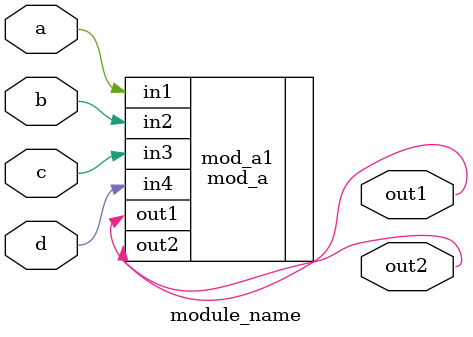
<source format=v>
module module_name ( 
    input a, 
    input b, 
    input c,
    input d,
    output out1,
    output out2
);
    mod_a mod_a1 (.out1(out1),.out2(out2),.in1(a),.in2(b),.in3(c),.in4(d));

endmodule

</source>
